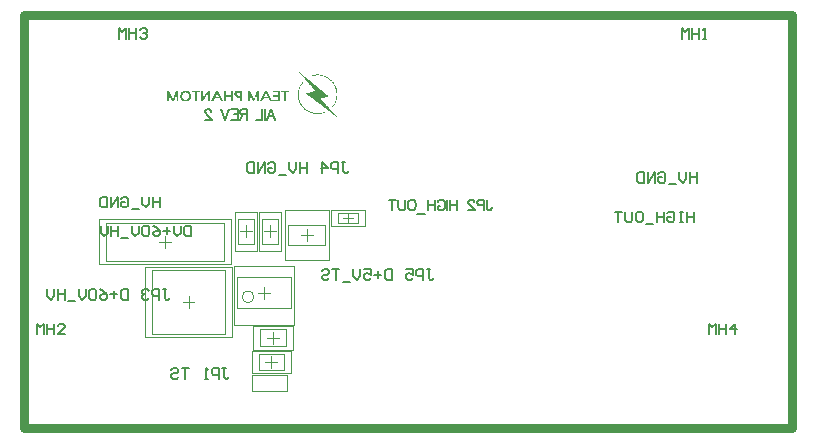
<source format=gbo>
G04*
G04 #@! TF.GenerationSoftware,Altium Limited,Altium Designer,18.1.11 (251)*
G04*
G04 Layer_Color=32896*
%FSLAX25Y25*%
%MOIN*%
G70*
G01*
G75*
%ADD12C,0.00197*%
%ADD13C,0.00650*%
%ADD14C,0.03000*%
%ADD15C,0.00394*%
G36*
X69739Y108861D02*
X69087D01*
Y110360D01*
X67338D01*
Y108861D01*
X66699D01*
Y112400D01*
X67338D01*
Y110929D01*
X69087D01*
Y112400D01*
X69739D01*
Y108861D01*
D02*
G37*
G36*
X62105D02*
X61466D01*
Y111485D01*
X59593Y108861D01*
X58954D01*
Y112400D01*
X59579D01*
Y109819D01*
X61439Y112400D01*
X62105D01*
Y108861D01*
D02*
G37*
G36*
X78400Y108861D02*
X77789D01*
Y111332D01*
X76818Y108861D01*
X76263D01*
X75291Y111332D01*
Y108861D01*
X74694D01*
Y112400D01*
X75346D01*
X76526Y109722D01*
X77706Y112401D01*
X78400D01*
Y108861D01*
D02*
G37*
G36*
X51515Y108861D02*
X50904D01*
Y111332D01*
X49932Y108861D01*
X49377D01*
X48419Y111332D01*
Y108861D01*
X47809D01*
Y112400D01*
X48461D01*
X49641Y109722D01*
X50834Y112400D01*
X51515D01*
Y108861D01*
D02*
G37*
G36*
X88352Y111831D02*
X87339D01*
Y108861D01*
X86700D01*
Y111831D01*
X85673D01*
Y112401D01*
X88352D01*
Y111831D01*
D02*
G37*
G36*
X85298Y108861D02*
X82856D01*
Y109430D01*
X84660D01*
Y110360D01*
X82981D01*
Y110943D01*
X84660D01*
Y111831D01*
X82883D01*
Y112401D01*
X85298D01*
Y108861D01*
D02*
G37*
G36*
X82550D02*
X81898D01*
X80718Y111720D01*
X80163Y110388D01*
X80885D01*
X81107Y109819D01*
X79927D01*
X79524Y108861D01*
X78816D01*
X80357Y112401D01*
X81065D01*
X82550Y108861D01*
D02*
G37*
G36*
X72834Y108861D02*
X72182D01*
Y111804D01*
X71293D01*
X71141Y111790D01*
X71044Y111748D01*
X70974Y111706D01*
X70960Y111693D01*
X70891Y111595D01*
X70863Y111498D01*
X70849Y111415D01*
Y111387D01*
Y111373D01*
X70863Y111276D01*
X70891Y111193D01*
X70960Y111054D01*
X71016Y110999D01*
X71044Y110957D01*
X71071Y110943D01*
X71085Y110929D01*
X71183Y110874D01*
X71280Y110818D01*
X71502Y110735D01*
X71599Y110707D01*
X71682Y110679D01*
X71738Y110666D01*
X71752D01*
X71654Y110097D01*
X71391Y110138D01*
X71169Y110207D01*
X70974Y110277D01*
X70822Y110346D01*
X70697Y110416D01*
X70613Y110471D01*
X70558Y110513D01*
X70544Y110527D01*
X70419Y110666D01*
X70322Y110804D01*
X70266Y110957D01*
X70211Y111096D01*
X70183Y111207D01*
X70169Y111318D01*
Y111373D01*
Y111401D01*
X70183Y111582D01*
X70211Y111734D01*
X70253Y111859D01*
X70308Y111970D01*
X70364Y112040D01*
X70405Y112109D01*
X70433Y112137D01*
X70447Y112151D01*
X70558Y112234D01*
X70683Y112290D01*
X70822Y112345D01*
X70947Y112373D01*
X71071Y112387D01*
X71169Y112400D01*
X72834D01*
Y108861D01*
D02*
G37*
G36*
X66255D02*
X65589D01*
X64423Y111720D01*
X63868Y110388D01*
X64576D01*
X64812Y109819D01*
X63632D01*
X63229Y108861D01*
X62521D01*
X64062Y112400D01*
X64770D01*
X66255Y108861D01*
D02*
G37*
G36*
X58579Y111831D02*
X57566D01*
Y108861D01*
X56900D01*
Y111831D01*
X55901D01*
Y112400D01*
X58579D01*
Y111831D01*
D02*
G37*
G36*
X54180Y112400D02*
X54457Y112345D01*
X54679Y112276D01*
X54874Y112192D01*
X55012Y112095D01*
X55123Y112026D01*
X55179Y111970D01*
X55207Y111956D01*
X55359Y111776D01*
X55456Y111568D01*
X55540Y111346D01*
X55595Y111124D01*
X55623Y110929D01*
X55637Y110777D01*
X55651Y110707D01*
Y110666D01*
Y110638D01*
Y110624D01*
X55623Y110305D01*
X55568Y110041D01*
X55484Y109805D01*
X55401Y109625D01*
X55318Y109472D01*
X55248Y109361D01*
X55193Y109305D01*
X55179Y109277D01*
X54984Y109125D01*
X54776Y109028D01*
X54568Y108944D01*
X54360Y108889D01*
X54166Y108861D01*
X54013Y108847D01*
X53957Y108833D01*
X53874D01*
X53569Y108847D01*
X53305Y108903D01*
X53083Y108972D01*
X52903Y109055D01*
X52750Y109139D01*
X52653Y109208D01*
X52583Y109264D01*
X52569Y109277D01*
X52417Y109472D01*
X52306Y109680D01*
X52236Y109902D01*
X52181Y110124D01*
X52153Y110319D01*
X52125Y110485D01*
Y110541D01*
Y110582D01*
Y110610D01*
Y110624D01*
X52139Y110943D01*
X52195Y111207D01*
X52264Y111443D01*
X52347Y111623D01*
X52431Y111776D01*
X52500Y111873D01*
X52556Y111943D01*
X52569Y111956D01*
X52750Y112109D01*
X52958Y112220D01*
X53180Y112303D01*
X53388Y112359D01*
X53583Y112387D01*
X53735Y112414D01*
X53874D01*
X54180Y112400D01*
D02*
G37*
G36*
X98471Y117814D02*
X98831Y117772D01*
X99151Y117717D01*
X99290Y117689D01*
X99414Y117661D01*
X99525Y117633D01*
X99623Y117606D01*
X99706Y117592D01*
X99761Y117578D01*
X99789Y117564D01*
X99803D01*
X100178Y117439D01*
X100525Y117286D01*
X100858Y117134D01*
X101136Y116981D01*
X101260Y116912D01*
X101385Y116842D01*
X101482Y116773D01*
X101566Y116731D01*
X101621Y116676D01*
X101677Y116648D01*
X101705Y116634D01*
X101718Y116620D01*
X102038Y116384D01*
X102343Y116120D01*
X102607Y115871D01*
X102843Y115635D01*
X103023Y115412D01*
X103106Y115329D01*
X103162Y115246D01*
X103217Y115177D01*
X103259Y115135D01*
X103273Y115107D01*
X103287Y115093D01*
X103509Y114746D01*
X103717Y114399D01*
X103870Y114066D01*
X104009Y113761D01*
X104064Y113622D01*
X104120Y113497D01*
X104148Y113386D01*
X104189Y113303D01*
X104217Y113219D01*
X104231Y113164D01*
X104245Y113136D01*
Y113122D01*
X104342Y112734D01*
X104411Y112345D01*
X104467Y111984D01*
X104495Y111665D01*
X104508Y111526D01*
Y111387D01*
X104522Y111276D01*
Y111179D01*
Y111110D01*
Y111040D01*
Y111013D01*
Y110999D01*
X104495Y110596D01*
X104439Y110221D01*
X104370Y109874D01*
X104300Y109555D01*
X104259Y109416D01*
X104231Y109291D01*
X104189Y109180D01*
X104161Y109097D01*
X104134Y109014D01*
X104120Y108958D01*
X104106Y108931D01*
Y108917D01*
X103953Y108542D01*
X103773Y108181D01*
X103592Y107862D01*
X103412Y107584D01*
X103329Y107459D01*
X103259Y107348D01*
X103190Y107251D01*
X103120Y107168D01*
X103079Y107098D01*
X103037Y107057D01*
X103023Y107029D01*
X103009Y107015D01*
Y107029D01*
X102773Y107196D01*
X103009Y107515D01*
X103231Y107834D01*
X103412Y108139D01*
X103551Y108417D01*
X103676Y108653D01*
X103717Y108764D01*
X103759Y108847D01*
X103787Y108917D01*
X103814Y108972D01*
X103828Y109000D01*
Y109014D01*
X103953Y109389D01*
X104036Y109736D01*
X104120Y110083D01*
X104161Y110388D01*
X104189Y110513D01*
X104203Y110638D01*
Y110749D01*
X104217Y110846D01*
X104231Y110915D01*
Y110971D01*
Y110999D01*
Y111013D01*
Y111387D01*
X104203Y111762D01*
X104161Y112095D01*
X104106Y112401D01*
X104078Y112539D01*
X104064Y112664D01*
X104036Y112775D01*
X104009Y112859D01*
X103995Y112942D01*
X103981Y112997D01*
X103967Y113025D01*
Y113039D01*
X103842Y113414D01*
X103689Y113761D01*
X103537Y114080D01*
X103384Y114358D01*
X103315Y114483D01*
X103245Y114594D01*
X103190Y114677D01*
X103134Y114760D01*
X103093Y114830D01*
X103065Y114871D01*
X103037Y114899D01*
Y114913D01*
X102787Y115232D01*
X102537Y115510D01*
X102288Y115773D01*
X102052Y115982D01*
X101857Y116162D01*
X101691Y116287D01*
X101635Y116342D01*
X101594Y116370D01*
X101566Y116398D01*
X101552D01*
X101219Y116606D01*
X100900Y116787D01*
X100594Y116939D01*
X100317Y117064D01*
X100067Y117161D01*
X99970Y117203D01*
X99886Y117231D01*
X99817Y117259D01*
X99761Y117272D01*
X99734Y117286D01*
X99720D01*
X99345Y117384D01*
X98984Y117453D01*
X98651Y117494D01*
X98332Y117522D01*
X98193D01*
X98068Y117536D01*
X97693D01*
X97305Y117508D01*
X96930Y117467D01*
X96583Y117397D01*
X96277Y117314D01*
X96139Y117286D01*
X96014Y117245D01*
X95903Y117217D01*
X95819Y117175D01*
X95736Y117161D01*
X95681Y117134D01*
X95653Y117120D01*
X95639D01*
X95542Y117384D01*
X95930Y117522D01*
X96319Y117633D01*
X96680Y117717D01*
X96999Y117772D01*
X97152Y117786D01*
X97277Y117814D01*
X97402D01*
X97499Y117828D01*
X97568Y117841D01*
X98082D01*
X98471Y117814D01*
D02*
G37*
G36*
X93182Y115399D02*
X92919Y115079D01*
X92696Y114760D01*
X92502Y114455D01*
X92349Y114177D01*
X92225Y113927D01*
X92169Y113830D01*
X92127Y113733D01*
X92100Y113664D01*
X92072Y113608D01*
X92058Y113580D01*
Y113567D01*
X91919Y113192D01*
X91822Y112831D01*
X91739Y112484D01*
X91683Y112179D01*
X91669Y112040D01*
X91642Y111915D01*
Y111804D01*
X91628Y111720D01*
X91614Y111637D01*
Y111582D01*
Y111554D01*
Y111540D01*
Y111151D01*
X91628Y110791D01*
X91669Y110443D01*
X91711Y110124D01*
X91739Y109985D01*
X91767Y109861D01*
X91780Y109749D01*
X91808Y109666D01*
X91822Y109583D01*
X91836Y109527D01*
X91850Y109500D01*
Y109486D01*
X91975Y109111D01*
X92127Y108750D01*
X92280Y108417D01*
X92433Y108125D01*
X92502Y108001D01*
X92572Y107890D01*
X92641Y107792D01*
X92683Y107709D01*
X92738Y107640D01*
X92766Y107598D01*
X92780Y107570D01*
X92794Y107556D01*
X93044Y107223D01*
X93307Y106932D01*
X93557Y106682D01*
X93807Y106460D01*
X94015Y106280D01*
X94098Y106210D01*
X94168Y106155D01*
X94237Y106099D01*
X94279Y106071D01*
X94307Y106057D01*
X94320Y106044D01*
X94654Y105835D01*
X94987Y105655D01*
X95306Y105502D01*
X95597Y105377D01*
X95847Y105280D01*
X95944Y105238D01*
X96042Y105211D01*
X96111Y105183D01*
X96166Y105169D01*
X96194Y105155D01*
X96208D01*
X96583Y105072D01*
X96958Y105002D01*
X97305Y104961D01*
X97610Y104947D01*
X97763Y104933D01*
X98276D01*
X98665Y104975D01*
X99040Y105030D01*
X99401Y105114D01*
X99706Y105197D01*
X99859Y105238D01*
X99984Y105280D01*
X100081Y105322D01*
X100178Y105350D01*
X100261Y105377D01*
X100317Y105405D01*
X100344Y105419D01*
X100358D01*
X100469Y105155D01*
X100025Y104989D01*
X99817Y104919D01*
X99623Y104864D01*
X99456Y104822D01*
X99331Y104794D01*
X99248Y104767D01*
X99220D01*
X98970Y104725D01*
X98748Y104697D01*
X98526Y104669D01*
X98332Y104656D01*
X98165D01*
X98040Y104642D01*
X97929D01*
X97596Y104656D01*
X97443D01*
X97319Y104669D01*
X97207Y104683D01*
X97110D01*
X97055Y104697D01*
X97041D01*
X96722Y104753D01*
X96569Y104780D01*
X96430Y104808D01*
X96319Y104836D01*
X96236Y104864D01*
X96180Y104878D01*
X96166D01*
X95764Y105002D01*
X95389Y105155D01*
X95056Y105308D01*
X94751Y105461D01*
X94626Y105530D01*
X94501Y105599D01*
X94404Y105655D01*
X94320Y105710D01*
X94251Y105766D01*
X94195Y105794D01*
X94168Y105808D01*
X94154Y105821D01*
X93821Y106071D01*
X93515Y106335D01*
X93238Y106599D01*
X93016Y106849D01*
X92821Y107057D01*
X92752Y107154D01*
X92683Y107223D01*
X92641Y107293D01*
X92599Y107334D01*
X92585Y107362D01*
X92572Y107376D01*
X92336Y107723D01*
X92141Y108070D01*
X91961Y108417D01*
X91822Y108722D01*
X91767Y108861D01*
X91725Y108986D01*
X91683Y109097D01*
X91642Y109194D01*
X91614Y109264D01*
X91600Y109333D01*
X91586Y109361D01*
Y109375D01*
X91489Y109777D01*
X91406Y110180D01*
X91364Y110555D01*
X91336Y110888D01*
X91322Y111040D01*
Y111179D01*
Y111304D01*
Y111401D01*
Y111485D01*
Y111540D01*
Y111582D01*
Y111595D01*
X91364Y112012D01*
X91433Y112401D01*
X91503Y112761D01*
X91586Y113081D01*
X91628Y113219D01*
X91669Y113344D01*
X91711Y113455D01*
X91739Y113553D01*
X91767Y113636D01*
X91794Y113691D01*
X91808Y113719D01*
Y113733D01*
X91975Y114108D01*
X92169Y114469D01*
X92349Y114774D01*
X92544Y115052D01*
X92627Y115177D01*
X92710Y115274D01*
X92780Y115371D01*
X92835Y115454D01*
X92891Y115510D01*
X92932Y115551D01*
X92946Y115579D01*
X92960Y115593D01*
X93182Y115399D01*
D02*
G37*
G36*
X92252Y118202D02*
X92696Y117841D01*
X93099Y117508D01*
X93293Y117356D01*
X93474Y117203D01*
X93626Y117078D01*
X93779Y116953D01*
X93904Y116856D01*
X94015Y116759D01*
X94098Y116690D01*
X94168Y116634D01*
X94209Y116606D01*
X94223Y116592D01*
X94667Y116231D01*
X95112Y115871D01*
X95528Y115537D01*
X95708Y115371D01*
X95889Y115232D01*
X96055Y115093D01*
X96208Y114982D01*
X96333Y114871D01*
X96444Y114774D01*
X96527Y114705D01*
X96597Y114649D01*
X96638Y114621D01*
X96652Y114608D01*
X97096Y114247D01*
X97541Y113886D01*
X97957Y113553D01*
X98137Y113400D01*
X98318Y113247D01*
X98484Y113122D01*
X98637Y112997D01*
X98762Y112900D01*
X98873Y112803D01*
X98956Y112734D01*
X99026Y112678D01*
X99067Y112650D01*
X99081Y112636D01*
X99539Y112262D01*
X99970Y111901D01*
X100386Y111568D01*
X100580Y111415D01*
X100761Y111262D01*
X100913Y111124D01*
X101066Y111013D01*
X101205Y110901D01*
X101316Y110804D01*
X101399Y110735D01*
X101469Y110679D01*
X101510Y110652D01*
X101524Y110638D01*
X101274Y110555D01*
X101024Y110471D01*
X100802Y110388D01*
X100608Y110319D01*
X100428Y110263D01*
X100303Y110221D01*
X100219Y110194D01*
X100206Y110180D01*
X100192D01*
X99942Y110097D01*
X99706Y110027D01*
X99484Y109944D01*
X99276Y109874D01*
X99109Y109819D01*
X98970Y109777D01*
X98887Y109749D01*
X98873Y109736D01*
X98859D01*
X99123Y109458D01*
X99373Y109180D01*
X99609Y108917D01*
X99831Y108695D01*
X99997Y108500D01*
X100136Y108348D01*
X100192Y108292D01*
X100233Y108250D01*
X100247Y108237D01*
X100261Y108223D01*
X100525Y107945D01*
X100775Y107668D01*
X101024Y107404D01*
X101233Y107182D01*
X101413Y106987D01*
X101552Y106835D01*
X101607Y106779D01*
X101649Y106737D01*
X101663Y106724D01*
X101677Y106710D01*
X101941Y106432D01*
X102190Y106168D01*
X102426Y105919D01*
X102635Y105696D01*
X102815Y105502D01*
X102940Y105350D01*
X102995Y105294D01*
X103037Y105252D01*
X103051Y105238D01*
X103065Y105225D01*
X103329Y104947D01*
X103578Y104683D01*
X103814Y104433D01*
X104023Y104211D01*
X104203Y104017D01*
X104328Y103864D01*
X104383Y103809D01*
X104425Y103767D01*
X104439Y103753D01*
X104453Y103739D01*
Y103726D01*
Y103712D01*
X104439Y103684D01*
X104425Y103670D01*
X103939Y104031D01*
X103481Y104378D01*
X103037Y104711D01*
X102829Y104864D01*
X102648Y105002D01*
X102468Y105141D01*
X102315Y105252D01*
X102176Y105363D01*
X102052Y105447D01*
X101954Y105516D01*
X101885Y105572D01*
X101843Y105599D01*
X101830Y105613D01*
X101344Y105974D01*
X100872Y106321D01*
X100428Y106654D01*
X100233Y106807D01*
X100039Y106946D01*
X99872Y107085D01*
X99706Y107196D01*
X99567Y107307D01*
X99456Y107390D01*
X99359Y107459D01*
X99290Y107515D01*
X99248Y107543D01*
X99234Y107556D01*
X98748Y107931D01*
X98276Y108278D01*
X97832Y108611D01*
X97624Y108764D01*
X97443Y108917D01*
X97263Y109042D01*
X97110Y109167D01*
X96971Y109264D01*
X96847Y109361D01*
X96749Y109430D01*
X96680Y109486D01*
X96638Y109513D01*
X96624Y109527D01*
X96139Y109902D01*
X95667Y110263D01*
X95223Y110596D01*
X95014Y110749D01*
X94820Y110888D01*
X94640Y111026D01*
X94487Y111137D01*
X94348Y111249D01*
X94223Y111332D01*
X94126Y111401D01*
X94057Y111457D01*
X94015Y111485D01*
X94001Y111498D01*
X94307Y111582D01*
X94598Y111665D01*
X94876Y111734D01*
X95126Y111804D01*
X95334Y111845D01*
X95417Y111873D01*
X95486Y111887D01*
X95542Y111915D01*
X95583D01*
X95611Y111929D01*
X95625D01*
X95930Y112012D01*
X96222Y112095D01*
X96486Y112165D01*
X96736Y112234D01*
X96944Y112290D01*
X97027Y112317D01*
X97096Y112331D01*
X97152Y112345D01*
X97194Y112359D01*
X97221Y112373D01*
X97235D01*
X96971Y112664D01*
X96722Y112928D01*
X96500Y113192D01*
X96291Y113428D01*
X96111Y113622D01*
X95972Y113775D01*
X95930Y113830D01*
X95889Y113872D01*
X95875Y113886D01*
X95861Y113900D01*
X95597Y114191D01*
X95348Y114469D01*
X95126Y114732D01*
X94917Y114968D01*
X94737Y115163D01*
X94598Y115315D01*
X94556Y115371D01*
X94515Y115412D01*
X94501Y115426D01*
X94487Y115440D01*
X94237Y115732D01*
X93987Y115996D01*
X93751Y116259D01*
X93557Y116495D01*
X93377Y116690D01*
X93238Y116842D01*
X93196Y116898D01*
X93155Y116939D01*
X93141Y116953D01*
X93127Y116967D01*
X92877Y117259D01*
X92627Y117522D01*
X92405Y117786D01*
X92197Y118008D01*
X92030Y118202D01*
X91891Y118355D01*
X91850Y118411D01*
X91808Y118452D01*
X91794Y118466D01*
X91780Y118480D01*
Y118508D01*
X91794Y118522D01*
Y118549D01*
X91808Y118563D01*
X92252Y118202D01*
D02*
G37*
%LPC*%
G36*
X53971Y111859D02*
X53874D01*
X53694Y111845D01*
X53527Y111804D01*
X53388Y111762D01*
X53277Y111706D01*
X53194Y111637D01*
X53139Y111595D01*
X53097Y111554D01*
X53083Y111540D01*
X52986Y111415D01*
X52916Y111276D01*
X52875Y111124D01*
X52833Y110971D01*
X52819Y110846D01*
X52805Y110735D01*
Y110666D01*
Y110652D01*
Y110638D01*
X52819Y110430D01*
X52847Y110235D01*
X52889Y110083D01*
X52944Y109958D01*
X53000Y109847D01*
X53041Y109777D01*
X53069Y109736D01*
X53083Y109722D01*
X53194Y109625D01*
X53319Y109541D01*
X53444Y109486D01*
X53583Y109458D01*
X53694Y109430D01*
X53791Y109416D01*
X53874D01*
X54068Y109430D01*
X54235Y109458D01*
X54388Y109513D01*
X54499Y109569D01*
X54596Y109625D01*
X54651Y109680D01*
X54693Y109708D01*
X54707Y109722D01*
X54790Y109847D01*
X54860Y109999D01*
X54901Y110152D01*
X54943Y110291D01*
X54957Y110430D01*
X54971Y110541D01*
Y110610D01*
Y110638D01*
X54957Y110846D01*
X54929Y111026D01*
X54887Y111179D01*
X54832Y111318D01*
X54790Y111415D01*
X54749Y111485D01*
X54721Y111526D01*
X54707Y111540D01*
X54596Y111651D01*
X54457Y111720D01*
X54318Y111776D01*
X54180Y111818D01*
X54068Y111845D01*
X53971Y111859D01*
D02*
G37*
%LPD*%
D12*
X90039Y34157D02*
Y53843D01*
X69961Y34157D02*
Y53843D01*
X90039D01*
X69961Y34157D02*
X90039D01*
X86976Y56047D02*
Y72583D01*
X101543Y56047D02*
Y72583D01*
X86976Y56047D02*
X101543D01*
X86976Y72583D02*
X101543D01*
X75961Y18260D02*
Y25740D01*
X88953Y18260D02*
Y25740D01*
X75961D02*
X88953D01*
X75961Y18260D02*
X88953D01*
X102291Y67244D02*
X113709D01*
X102291Y72756D02*
X113709D01*
Y67244D02*
Y72756D01*
X102291Y67244D02*
Y72756D01*
X76339Y17559D02*
X87559D01*
X76142Y12441D02*
Y17559D01*
X76339Y12441D02*
X87559D01*
Y17559D01*
X24953Y54520D02*
Y69480D01*
X69047Y54520D02*
Y69480D01*
X24953D02*
X69047D01*
X24953Y54520D02*
X69047D01*
X40492Y30386D02*
Y53614D01*
X69232Y30386D02*
Y53614D01*
X40492D02*
X69232D01*
X40492Y30386D02*
X69232D01*
X76307Y26063D02*
Y33937D01*
X89693Y26063D02*
Y33937D01*
X76307D02*
X89693D01*
X76307Y26063D02*
X89693D01*
X70260Y72039D02*
X77740D01*
X70260Y59047D02*
X77740D01*
Y72039D01*
X70260Y59047D02*
Y72039D01*
X78260Y59047D02*
X85740D01*
X78260Y72039D02*
X85740D01*
X78260Y59047D02*
Y72039D01*
X85740Y59047D02*
Y72039D01*
D13*
X81034Y102800D02*
X82367Y106299D01*
X83700Y102800D01*
X83200Y103966D02*
X81534D01*
X80217Y106299D02*
Y102800D01*
X79484Y106299D02*
Y102800D01*
X77485D01*
X74352Y106299D02*
Y102800D01*
Y106299D02*
X72852D01*
X72352Y106133D01*
X72186Y105966D01*
X72019Y105633D01*
Y105299D01*
X72186Y104966D01*
X72352Y104800D01*
X72852Y104633D01*
X74352D01*
X73186D02*
X72019Y102800D01*
X69070Y106299D02*
X71236D01*
Y102800D01*
X69070D01*
X71236Y104633D02*
X69903D01*
X68487Y106299D02*
X67154Y102800D01*
X65820Y106299D02*
X67154Y102800D01*
X62454Y105466D02*
Y105633D01*
X62288Y105966D01*
X62121Y106133D01*
X61788Y106299D01*
X61121D01*
X60788Y106133D01*
X60622Y105966D01*
X60455Y105633D01*
Y105299D01*
X60622Y104966D01*
X60955Y104466D01*
X62621Y102800D01*
X60288D01*
X223200Y72099D02*
Y68600D01*
Y70349D01*
X220867D01*
Y72099D01*
Y68600D01*
X219701Y72099D02*
X218535D01*
X219118D01*
Y68600D01*
X219701D01*
X218535D01*
X214453Y71516D02*
X215036Y72099D01*
X216202D01*
X216785Y71516D01*
Y69183D01*
X216202Y68600D01*
X215036D01*
X214453Y69183D01*
Y70349D01*
X215619D01*
X213286Y72099D02*
Y68600D01*
Y70349D01*
X210954D01*
Y72099D01*
Y68600D01*
X209788Y68017D02*
X207455D01*
X204539Y72099D02*
X205706D01*
X206289Y71516D01*
Y69183D01*
X205706Y68600D01*
X204539D01*
X203956Y69183D01*
Y71516D01*
X204539Y72099D01*
X202790D02*
Y69183D01*
X202207Y68600D01*
X201041D01*
X200457Y69183D01*
Y72099D01*
X199291D02*
X196958D01*
X198125D01*
Y68600D01*
X224350Y85299D02*
Y81800D01*
Y83549D01*
X222017D01*
Y85299D01*
Y81800D01*
X220851Y85299D02*
Y82966D01*
X219685Y81800D01*
X218519Y82966D01*
Y85299D01*
X217352Y81217D02*
X215020D01*
X211521Y84716D02*
X212104Y85299D01*
X213270D01*
X213853Y84716D01*
Y82383D01*
X213270Y81800D01*
X212104D01*
X211521Y82383D01*
Y83549D01*
X212687D01*
X210354Y81800D02*
Y85299D01*
X208022Y81800D01*
Y85299D01*
X206856D02*
Y81800D01*
X205106D01*
X204523Y82383D01*
Y84716D01*
X205106Y85299D01*
X206856D01*
X55850Y67449D02*
Y63950D01*
X54101D01*
X53517Y64533D01*
Y66866D01*
X54101Y67449D01*
X55850D01*
X52351D02*
Y65116D01*
X51185Y63950D01*
X50019Y65116D01*
Y67449D01*
X48852Y65699D02*
X46520D01*
X47686Y66866D02*
Y64533D01*
X43021Y67449D02*
X44187Y66866D01*
X45353Y65699D01*
Y64533D01*
X44770Y63950D01*
X43604D01*
X43021Y64533D01*
Y65116D01*
X43604Y65699D01*
X45353D01*
X41855Y66866D02*
X41271Y67449D01*
X40105D01*
X39522Y66866D01*
Y64533D01*
X40105Y63950D01*
X41271D01*
X41855Y64533D01*
Y66866D01*
X38356Y67449D02*
Y65116D01*
X37189Y63950D01*
X36023Y65116D01*
Y67449D01*
X34857Y63367D02*
X32524D01*
X31358Y67449D02*
Y63950D01*
Y65699D01*
X29025D01*
Y67449D01*
Y63950D01*
X27859Y67449D02*
Y65116D01*
X26693Y63950D01*
X25526Y65116D01*
Y67449D01*
X45200Y76999D02*
Y73500D01*
Y75249D01*
X42867D01*
Y76999D01*
Y73500D01*
X41701Y76999D02*
Y74666D01*
X40535Y73500D01*
X39369Y74666D01*
Y76999D01*
X38202Y72917D02*
X35870D01*
X32371Y76416D02*
X32954Y76999D01*
X34120D01*
X34703Y76416D01*
Y74083D01*
X34120Y73500D01*
X32954D01*
X32371Y74083D01*
Y75249D01*
X33537D01*
X31205Y73500D02*
Y76999D01*
X28872Y73500D01*
Y76999D01*
X27706D02*
Y73500D01*
X25956D01*
X25373Y74083D01*
Y76416D01*
X25956Y76999D01*
X27706D01*
X134317Y52849D02*
X135484D01*
X134901D01*
Y49933D01*
X135484Y49350D01*
X136067D01*
X136650Y49933D01*
X133151Y49350D02*
Y52849D01*
X131402D01*
X130819Y52266D01*
Y51099D01*
X131402Y50516D01*
X133151D01*
X127320Y52849D02*
X129652D01*
Y51099D01*
X128486Y51683D01*
X127903D01*
X127320Y51099D01*
Y49933D01*
X127903Y49350D01*
X129069D01*
X129652Y49933D01*
X122654Y52849D02*
Y49350D01*
X120905D01*
X120322Y49933D01*
Y52266D01*
X120905Y52849D01*
X122654D01*
X119156Y51099D02*
X116823D01*
X117989Y52266D02*
Y49933D01*
X113324Y52849D02*
X115657D01*
Y51099D01*
X114490Y51683D01*
X113907D01*
X113324Y51099D01*
Y49933D01*
X113907Y49350D01*
X115074D01*
X115657Y49933D01*
X112158Y52849D02*
Y50516D01*
X110992Y49350D01*
X109825Y50516D01*
Y52849D01*
X108659Y48767D02*
X106326D01*
X105160Y52849D02*
X102828D01*
X103994D01*
Y49350D01*
X99329Y52266D02*
X99912Y52849D01*
X101078D01*
X101661Y52266D01*
Y51683D01*
X101078Y51099D01*
X99912D01*
X99329Y50516D01*
Y49933D01*
X99912Y49350D01*
X101078D01*
X101661Y49933D01*
X105917Y88499D02*
X107084D01*
X106501D01*
Y85583D01*
X107084Y85000D01*
X107667D01*
X108250Y85583D01*
X104751Y85000D02*
Y88499D01*
X103002D01*
X102419Y87916D01*
Y86749D01*
X103002Y86166D01*
X104751D01*
X99503Y85000D02*
Y88499D01*
X101252Y86749D01*
X98920D01*
X94254Y88499D02*
Y85000D01*
Y86749D01*
X91922D01*
Y88499D01*
Y85000D01*
X90756Y88499D02*
Y86166D01*
X89589Y85000D01*
X88423Y86166D01*
Y88499D01*
X87257Y84417D02*
X84924D01*
X81425Y87916D02*
X82008Y88499D01*
X83175D01*
X83758Y87916D01*
Y85583D01*
X83175Y85000D01*
X82008D01*
X81425Y85583D01*
Y86749D01*
X82592D01*
X80259Y85000D02*
Y88499D01*
X77926Y85000D01*
Y88499D01*
X76760D02*
Y85000D01*
X75011D01*
X74428Y85583D01*
Y87916D01*
X75011Y88499D01*
X76760D01*
X46317Y46249D02*
X47484D01*
X46901D01*
Y43333D01*
X47484Y42750D01*
X48067D01*
X48650Y43333D01*
X45151Y42750D02*
Y46249D01*
X43402D01*
X42818Y45666D01*
Y44499D01*
X43402Y43916D01*
X45151D01*
X41652Y45666D02*
X41069Y46249D01*
X39903D01*
X39320Y45666D01*
Y45083D01*
X39903Y44499D01*
X40486D01*
X39903D01*
X39320Y43916D01*
Y43333D01*
X39903Y42750D01*
X41069D01*
X41652Y43333D01*
X34655Y46249D02*
Y42750D01*
X32905D01*
X32322Y43333D01*
Y45666D01*
X32905Y46249D01*
X34655D01*
X31156Y44499D02*
X28823D01*
X29989Y45666D02*
Y43333D01*
X25324Y46249D02*
X26491Y45666D01*
X27657Y44499D01*
Y43333D01*
X27074Y42750D01*
X25907D01*
X25324Y43333D01*
Y43916D01*
X25907Y44499D01*
X27657D01*
X24158Y45666D02*
X23575Y46249D01*
X22409D01*
X21825Y45666D01*
Y43333D01*
X22409Y42750D01*
X23575D01*
X24158Y43333D01*
Y45666D01*
X20659Y46249D02*
Y43916D01*
X19493Y42750D01*
X18327Y43916D01*
Y46249D01*
X17160Y42167D02*
X14828D01*
X13661Y46249D02*
Y42750D01*
Y44499D01*
X11329D01*
Y46249D01*
Y42750D01*
X10162Y46249D02*
Y43916D01*
X8996Y42750D01*
X7830Y43916D01*
Y46249D01*
X154284Y76099D02*
Y73433D01*
X154450Y72933D01*
X154617Y72767D01*
X154950Y72600D01*
X155283D01*
X155617Y72767D01*
X155783Y72933D01*
X155950Y73433D01*
Y73766D01*
X153384Y74266D02*
X151884D01*
X151384Y74433D01*
X151218Y74600D01*
X151051Y74933D01*
Y75433D01*
X151218Y75766D01*
X151384Y75933D01*
X151884Y76099D01*
X153384D01*
Y72600D01*
X150101Y75266D02*
Y75433D01*
X149935Y75766D01*
X149768Y75933D01*
X149435Y76099D01*
X148768D01*
X148435Y75933D01*
X148268Y75766D01*
X148102Y75433D01*
Y75099D01*
X148268Y74766D01*
X148602Y74266D01*
X150268Y72600D01*
X147935D01*
X144403Y76099D02*
Y72600D01*
X142070Y76099D02*
Y72600D01*
X144403Y74433D02*
X142070D01*
X141103Y76099D02*
Y72600D01*
X137871Y75266D02*
X138037Y75599D01*
X138370Y75933D01*
X138704Y76099D01*
X139370D01*
X139704Y75933D01*
X140037Y75599D01*
X140203Y75266D01*
X140370Y74766D01*
Y73933D01*
X140203Y73433D01*
X140037Y73100D01*
X139704Y72767D01*
X139370Y72600D01*
X138704D01*
X138370Y72767D01*
X138037Y73100D01*
X137871Y73433D01*
Y73933D01*
X138704D02*
X137871D01*
X137071Y76099D02*
Y72600D01*
X134738Y76099D02*
Y72600D01*
X137071Y74433D02*
X134738D01*
X133771Y71434D02*
X131105D01*
X129656Y76099D02*
X129989Y75933D01*
X130322Y75599D01*
X130489Y75266D01*
X130655Y74766D01*
Y73933D01*
X130489Y73433D01*
X130322Y73100D01*
X129989Y72767D01*
X129656Y72600D01*
X128989D01*
X128656Y72767D01*
X128323Y73100D01*
X128156Y73433D01*
X127989Y73933D01*
Y74766D01*
X128156Y75266D01*
X128323Y75599D01*
X128656Y75933D01*
X128989Y76099D01*
X129656D01*
X127173D02*
Y73600D01*
X127006Y73100D01*
X126673Y72767D01*
X126173Y72600D01*
X125840D01*
X125340Y72767D01*
X125007Y73100D01*
X124840Y73600D01*
Y76099D01*
X122707D02*
Y72600D01*
X123873Y76099D02*
X121541D01*
X66067Y19899D02*
X67234D01*
X66651D01*
Y16983D01*
X67234Y16400D01*
X67817D01*
X68400Y16983D01*
X64901Y16400D02*
Y19899D01*
X63152D01*
X62569Y19316D01*
Y18149D01*
X63152Y17566D01*
X64901D01*
X61402Y16400D02*
X60236D01*
X60819D01*
Y19899D01*
X61402Y19316D01*
X54988Y19899D02*
X52655D01*
X53821D01*
Y16400D01*
X49156Y19316D02*
X49739Y19899D01*
X50906D01*
X51489Y19316D01*
Y18733D01*
X50906Y18149D01*
X49739D01*
X49156Y17566D01*
Y16983D01*
X49739Y16400D01*
X50906D01*
X51489Y16983D01*
X228200Y31200D02*
Y34699D01*
X229366Y33533D01*
X230533Y34699D01*
Y31200D01*
X231699Y34699D02*
Y31200D01*
Y32949D01*
X234031D01*
Y34699D01*
Y31200D01*
X236947D02*
Y34699D01*
X235198Y32949D01*
X237530D01*
X31650Y129750D02*
Y133249D01*
X32816Y132083D01*
X33983Y133249D01*
Y129750D01*
X35149Y133249D02*
Y129750D01*
Y131499D01*
X37481D01*
Y133249D01*
Y129750D01*
X38648Y132666D02*
X39231Y133249D01*
X40397D01*
X40980Y132666D01*
Y132083D01*
X40397Y131499D01*
X39814D01*
X40397D01*
X40980Y130916D01*
Y130333D01*
X40397Y129750D01*
X39231D01*
X38648Y130333D01*
X4200Y31200D02*
Y34699D01*
X5366Y33533D01*
X6533Y34699D01*
Y31200D01*
X7699Y34699D02*
Y31200D01*
Y32949D01*
X10031D01*
Y34699D01*
Y31200D01*
X13530D02*
X11198D01*
X13530Y33533D01*
Y34116D01*
X12947Y34699D01*
X11781D01*
X11198Y34116D01*
X219350Y129650D02*
Y133149D01*
X220516Y131983D01*
X221683Y133149D01*
Y129650D01*
X222849Y133149D02*
Y129650D01*
Y131399D01*
X225181D01*
Y133149D01*
Y129650D01*
X226348D02*
X227514D01*
X226931D01*
Y133149D01*
X226348Y132566D01*
D14*
X0Y0D02*
X255906D01*
Y137795D01*
X0D02*
X255906D01*
X0Y0D02*
Y137795D01*
D15*
X76653Y43695D02*
G03*
X76653Y43695I-1969J0D01*
G01*
X89055Y39955D02*
Y50191D01*
X70945Y39955D02*
Y50191D01*
X89055D01*
X70945Y39955D02*
X89055D01*
X88059Y61067D02*
Y67563D01*
X100461Y61067D02*
Y67563D01*
X88059Y61067D02*
X100461D01*
X88059Y67563D02*
X100461D01*
X78323Y19342D02*
Y24657D01*
X86591Y19342D02*
Y24657D01*
X78323D02*
X86591D01*
X78323Y19342D02*
X86591D01*
X104654Y68228D02*
X111346D01*
X104654Y71772D02*
X111346D01*
Y68228D02*
Y71772D01*
X104654Y68228D02*
Y71772D01*
X27315Y55701D02*
Y68299D01*
X66685Y55701D02*
Y68299D01*
X27315D02*
X66685D01*
X27315Y55701D02*
X66685D01*
X42854Y31370D02*
Y52630D01*
X66870Y31370D02*
Y52630D01*
X42854D02*
X66870D01*
X42854Y31370D02*
X66870D01*
X78669Y27146D02*
Y32854D01*
X87331Y27146D02*
Y32854D01*
X78669D02*
X87331D01*
X78669Y27146D02*
X87331D01*
X71342Y69677D02*
X76657D01*
X71342Y61409D02*
X76657D01*
Y69677D01*
X71342Y61409D02*
Y69677D01*
X79343Y61409D02*
X84658D01*
X79343Y69677D02*
X84658D01*
X79343Y61409D02*
Y69677D01*
X84658Y61409D02*
Y69677D01*
X78031Y45073D02*
X81968D01*
X80000Y43104D02*
Y47041D01*
X92291Y64315D02*
X96228D01*
X94260Y62347D02*
Y66284D01*
X80488Y22000D02*
X84425D01*
X82457Y20031D02*
Y23968D01*
X108000Y68228D02*
Y71772D01*
X106228Y70000D02*
X109772D01*
X45031Y62000D02*
X48968D01*
X47000Y60031D02*
Y63968D01*
X52894Y42000D02*
X56831D01*
X54862Y40031D02*
Y43968D01*
X81032Y30000D02*
X84969D01*
X83000Y28032D02*
Y31969D01*
X74000Y63575D02*
Y67512D01*
X72031Y65543D02*
X75968D01*
X82000Y63575D02*
Y67512D01*
X80032Y65543D02*
X83969D01*
M02*

</source>
